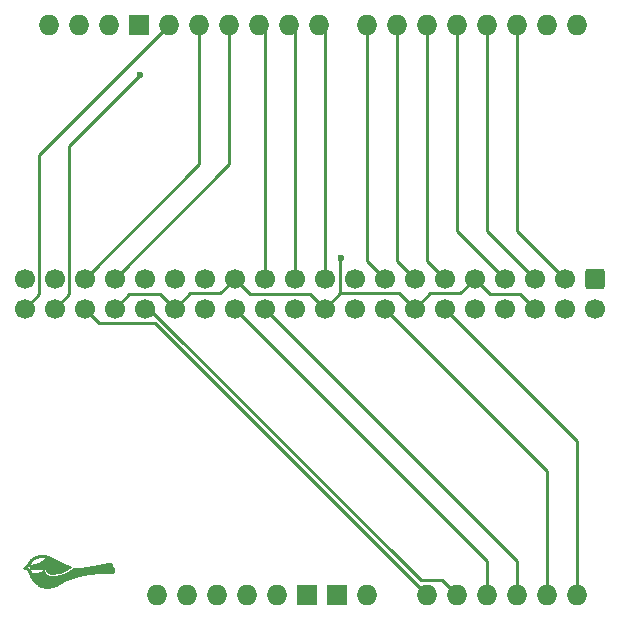
<source format=gbr>
%TF.GenerationSoftware,KiCad,Pcbnew,9.0.7*%
%TF.CreationDate,2026-01-06T14:06:23-08:00*%
%TF.ProjectId,uno2pi,756e6f32-7069-42e6-9b69-6361645f7063,rev?*%
%TF.SameCoordinates,Original*%
%TF.FileFunction,Copper,L1,Top*%
%TF.FilePolarity,Positive*%
%FSLAX46Y46*%
G04 Gerber Fmt 4.6, Leading zero omitted, Abs format (unit mm)*
G04 Created by KiCad (PCBNEW 9.0.7) date 2026-01-06 14:06:23*
%MOMM*%
%LPD*%
G01*
G04 APERTURE LIST*
G04 Aperture macros list*
%AMRoundRect*
0 Rectangle with rounded corners*
0 $1 Rounding radius*
0 $2 $3 $4 $5 $6 $7 $8 $9 X,Y pos of 4 corners*
0 Add a 4 corners polygon primitive as box body*
4,1,4,$2,$3,$4,$5,$6,$7,$8,$9,$2,$3,0*
0 Add four circle primitives for the rounded corners*
1,1,$1+$1,$2,$3*
1,1,$1+$1,$4,$5*
1,1,$1+$1,$6,$7*
1,1,$1+$1,$8,$9*
0 Add four rect primitives between the rounded corners*
20,1,$1+$1,$2,$3,$4,$5,0*
20,1,$1+$1,$4,$5,$6,$7,0*
20,1,$1+$1,$6,$7,$8,$9,0*
20,1,$1+$1,$8,$9,$2,$3,0*%
G04 Aperture macros list end*
%TA.AperFunction,EtchedComponent*%
%ADD10C,0.010000*%
%TD*%
%TA.AperFunction,ComponentPad*%
%ADD11O,1.727200X1.727200*%
%TD*%
%TA.AperFunction,ComponentPad*%
%ADD12R,1.727200X1.727200*%
%TD*%
%TA.AperFunction,ComponentPad*%
%ADD13RoundRect,0.250000X-0.600000X0.600000X-0.600000X-0.600000X0.600000X-0.600000X0.600000X0.600000X0*%
%TD*%
%TA.AperFunction,ComponentPad*%
%ADD14C,1.700000*%
%TD*%
%TA.AperFunction,ViaPad*%
%ADD15C,0.600000*%
%TD*%
%TA.AperFunction,Conductor*%
%ADD16C,0.254000*%
%TD*%
G04 APERTURE END LIST*
D10*
%TO.C,G\u002A\u002A\u002A*%
X138220623Y-145594869D02*
X138252294Y-145595372D01*
X138279925Y-145596421D01*
X138305024Y-145598140D01*
X138329093Y-145600651D01*
X138353639Y-145604076D01*
X138380167Y-145608540D01*
X138402131Y-145612615D01*
X138460986Y-145625378D01*
X138522083Y-145641445D01*
X138582536Y-145659982D01*
X138639460Y-145680154D01*
X138650839Y-145684577D01*
X138694017Y-145701770D01*
X138736392Y-145718908D01*
X138778350Y-145736170D01*
X138820280Y-145753737D01*
X138862569Y-145771789D01*
X138905604Y-145790507D01*
X138949773Y-145810071D01*
X138995465Y-145830662D01*
X139043066Y-145852459D01*
X139092964Y-145875644D01*
X139145547Y-145900397D01*
X139201203Y-145926899D01*
X139260318Y-145955328D01*
X139323282Y-145985867D01*
X139390480Y-146018696D01*
X139462302Y-146053994D01*
X139539135Y-146091943D01*
X139621366Y-146132723D01*
X139709383Y-146176514D01*
X139732103Y-146187837D01*
X139810383Y-146226781D01*
X139882902Y-146262680D01*
X139950149Y-146295761D01*
X140012615Y-146326248D01*
X140070789Y-146354367D01*
X140125162Y-146380345D01*
X140176224Y-146404406D01*
X140224465Y-146426778D01*
X140270375Y-146447685D01*
X140314444Y-146467353D01*
X140357162Y-146486008D01*
X140399019Y-146503876D01*
X140440506Y-146521182D01*
X140482112Y-146538153D01*
X140524328Y-146555013D01*
X140557603Y-146568081D01*
X140581126Y-146577318D01*
X140602519Y-146585837D01*
X140620888Y-146593273D01*
X140635343Y-146599260D01*
X140644991Y-146603435D01*
X140648932Y-146605424D01*
X140648399Y-146609519D01*
X140643187Y-146617537D01*
X140633939Y-146628768D01*
X140621300Y-146642504D01*
X140605912Y-146658036D01*
X140588419Y-146674655D01*
X140575378Y-146686457D01*
X140507399Y-146742558D01*
X140432964Y-146796053D01*
X140352194Y-146846886D01*
X140265211Y-146895000D01*
X140172138Y-146940338D01*
X140073097Y-146982843D01*
X139968209Y-147022458D01*
X139857598Y-147059127D01*
X139741385Y-147092792D01*
X139654492Y-147115096D01*
X139553897Y-147138338D01*
X139458909Y-147157667D01*
X139369281Y-147173103D01*
X139284761Y-147184668D01*
X139205101Y-147192380D01*
X139130051Y-147196262D01*
X139059363Y-147196335D01*
X138992787Y-147192618D01*
X138930074Y-147185132D01*
X138892282Y-147178460D01*
X138831650Y-147163548D01*
X138776294Y-147144167D01*
X138726286Y-147120390D01*
X138681699Y-147092291D01*
X138642604Y-147059942D01*
X138609073Y-147023417D01*
X138581179Y-146982788D01*
X138558995Y-146938129D01*
X138542592Y-146889513D01*
X138532042Y-146837014D01*
X138529103Y-146810740D01*
X138528285Y-146799633D01*
X138527349Y-146791498D01*
X138525311Y-146785794D01*
X138521191Y-146781978D01*
X138514006Y-146779510D01*
X138502775Y-146777846D01*
X138486515Y-146776446D01*
X138464245Y-146774767D01*
X138463867Y-146774737D01*
X138436315Y-146772510D01*
X138415144Y-146770616D01*
X138399691Y-146768966D01*
X138389294Y-146767473D01*
X138383290Y-146766049D01*
X138381017Y-146764607D01*
X138381118Y-146763774D01*
X138379173Y-146762465D01*
X138372339Y-146762240D01*
X138362668Y-146762914D01*
X138352210Y-146764297D01*
X138343017Y-146766203D01*
X138338631Y-146767659D01*
X138333123Y-146769176D01*
X138321816Y-146771636D01*
X138305869Y-146774808D01*
X138286441Y-146778465D01*
X138264689Y-146782378D01*
X138259256Y-146783329D01*
X138177770Y-146796836D01*
X138100354Y-146808209D01*
X138024466Y-146817787D01*
X137947567Y-146825909D01*
X137924117Y-146828094D01*
X137901687Y-146829688D01*
X137874481Y-146830921D01*
X137843852Y-146831793D01*
X137811151Y-146832304D01*
X137777729Y-146832452D01*
X137744938Y-146832238D01*
X137714130Y-146831661D01*
X137686655Y-146830720D01*
X137663866Y-146829415D01*
X137650714Y-146828202D01*
X137577886Y-146818547D01*
X137507029Y-146806660D01*
X137436268Y-146792149D01*
X137363727Y-146774622D01*
X137287531Y-146753690D01*
X137272057Y-146749168D01*
X137249443Y-146742375D01*
X137232777Y-146737022D01*
X137221182Y-146732759D01*
X137213778Y-146729238D01*
X137209690Y-146726109D01*
X137208257Y-146723768D01*
X137207291Y-146718655D01*
X137205709Y-146707361D01*
X137203610Y-146690725D01*
X137201095Y-146669583D01*
X137198263Y-146644775D01*
X137195213Y-146617138D01*
X137192118Y-146588192D01*
X137188521Y-146554199D01*
X137185635Y-146526557D01*
X137183512Y-146504591D01*
X137182201Y-146487630D01*
X137181753Y-146474998D01*
X137182218Y-146466023D01*
X137183647Y-146460030D01*
X137186090Y-146456347D01*
X137189597Y-146454299D01*
X137194218Y-146453213D01*
X137200005Y-146452415D01*
X137202291Y-146452083D01*
X137213537Y-146450054D01*
X137230589Y-146446597D01*
X137252393Y-146441951D01*
X137277900Y-146436355D01*
X137306058Y-146430049D01*
X137335815Y-146423271D01*
X137366121Y-146416261D01*
X137395925Y-146409257D01*
X137424175Y-146402500D01*
X137449820Y-146396227D01*
X137469033Y-146391393D01*
X137571662Y-146364034D01*
X137667653Y-146336197D01*
X137757413Y-146307745D01*
X137841353Y-146278542D01*
X137919880Y-146248450D01*
X137993403Y-146217334D01*
X138005256Y-146212013D01*
X138075930Y-146177560D01*
X138147900Y-146137822D01*
X138219446Y-146093892D01*
X138288848Y-146046866D01*
X138354390Y-145997837D01*
X138398603Y-145961586D01*
X138416265Y-145946223D01*
X138434598Y-145929812D01*
X138452884Y-145913044D01*
X138470406Y-145896610D01*
X138486449Y-145881201D01*
X138500295Y-145867509D01*
X138511227Y-145856224D01*
X138518529Y-145848038D01*
X138521483Y-145843641D01*
X138521419Y-145843168D01*
X138515314Y-145839919D01*
X138503337Y-145835597D01*
X138486547Y-145830463D01*
X138466001Y-145824780D01*
X138442756Y-145818811D01*
X138417870Y-145812819D01*
X138392399Y-145807065D01*
X138367401Y-145801813D01*
X138343932Y-145797326D01*
X138323052Y-145793865D01*
X138322756Y-145793821D01*
X138267713Y-145787277D01*
X138213379Y-145784223D01*
X138158239Y-145784693D01*
X138100781Y-145788723D01*
X138039489Y-145796348D01*
X138009661Y-145801061D01*
X137916404Y-145819650D01*
X137826971Y-145843507D01*
X137741577Y-145872525D01*
X137660434Y-145906597D01*
X137583757Y-145945618D01*
X137511758Y-145989481D01*
X137444651Y-146038080D01*
X137382649Y-146091309D01*
X137339149Y-146134715D01*
X137296774Y-146183356D01*
X137258736Y-146234133D01*
X137225693Y-146286030D01*
X137198305Y-146338030D01*
X137180856Y-146379155D01*
X137175880Y-146391569D01*
X137171256Y-146401737D01*
X137167989Y-146407452D01*
X137164732Y-146410758D01*
X137156831Y-146418470D01*
X137144761Y-146430134D01*
X137128993Y-146445296D01*
X137110001Y-146463504D01*
X137088257Y-146484304D01*
X137064234Y-146507242D01*
X137038405Y-146531865D01*
X137019242Y-146550109D01*
X136992541Y-146575537D01*
X136967408Y-146599512D01*
X136944304Y-146621594D01*
X136923686Y-146641340D01*
X136906013Y-146658313D01*
X136891745Y-146672070D01*
X136881339Y-146682171D01*
X136875255Y-146688176D01*
X136873807Y-146689722D01*
X136876772Y-146691499D01*
X136885584Y-146695852D01*
X136899636Y-146702501D01*
X136918323Y-146711168D01*
X136941036Y-146721573D01*
X136967172Y-146733437D01*
X136996123Y-146746483D01*
X137027283Y-146760430D01*
X137034668Y-146763723D01*
X137196326Y-146835742D01*
X137213181Y-146896014D01*
X137221294Y-146923999D01*
X137231141Y-146956334D01*
X137242116Y-146991147D01*
X137253611Y-147026562D01*
X137265017Y-147060707D01*
X137275727Y-147091707D01*
X137284711Y-147116557D01*
X137290159Y-147130243D01*
X137294679Y-147138717D01*
X137299336Y-147143533D01*
X137305030Y-147146192D01*
X137312332Y-147147358D01*
X137325653Y-147148296D01*
X137343960Y-147149009D01*
X137366220Y-147149497D01*
X137391401Y-147149765D01*
X137418469Y-147149813D01*
X137446392Y-147149645D01*
X137474137Y-147149261D01*
X137500672Y-147148666D01*
X137524963Y-147147860D01*
X137545977Y-147146846D01*
X137562519Y-147145641D01*
X137725461Y-147128012D01*
X137825339Y-147114638D01*
X137868059Y-147108200D01*
X137904878Y-147101900D01*
X137936934Y-147095424D01*
X137965367Y-147088461D01*
X137991316Y-147080699D01*
X138015921Y-147071825D01*
X138040322Y-147061527D01*
X138065657Y-147049494D01*
X138068756Y-147047947D01*
X138124315Y-147016613D01*
X138178864Y-146979011D01*
X138231433Y-146935928D01*
X138281052Y-146888153D01*
X138321514Y-146842842D01*
X138339547Y-146821119D01*
X138341948Y-146846369D01*
X138348975Y-146893791D01*
X138360881Y-146942968D01*
X138377002Y-146992024D01*
X138396677Y-147039082D01*
X138419242Y-147082263D01*
X138432919Y-147104089D01*
X138470540Y-147153806D01*
X138513341Y-147198803D01*
X138561237Y-147239051D01*
X138614137Y-147274523D01*
X138671957Y-147305189D01*
X138734606Y-147331023D01*
X138801999Y-147351997D01*
X138874048Y-147368082D01*
X138950665Y-147379251D01*
X139031762Y-147385476D01*
X139117253Y-147386729D01*
X139207048Y-147382982D01*
X139285839Y-147375939D01*
X139358982Y-147366622D01*
X139437075Y-147354309D01*
X139518821Y-147339281D01*
X139602924Y-147321824D01*
X139688087Y-147302218D01*
X139773013Y-147280749D01*
X139856405Y-147257699D01*
X139933186Y-147234545D01*
X140030660Y-147201912D01*
X140124986Y-147166470D01*
X140215813Y-147128429D01*
X140302792Y-147088003D01*
X140385572Y-147045400D01*
X140463804Y-147000834D01*
X140537137Y-146954514D01*
X140605221Y-146906653D01*
X140667706Y-146857461D01*
X140724241Y-146807150D01*
X140774478Y-146755931D01*
X140818065Y-146704015D01*
X140822716Y-146697903D01*
X140832332Y-146685476D01*
X140839092Y-146677904D01*
X140844129Y-146674222D01*
X140848577Y-146673464D01*
X140850926Y-146673879D01*
X140870363Y-146678188D01*
X140895440Y-146682870D01*
X140924768Y-146687722D01*
X140956957Y-146692537D01*
X140990615Y-146697113D01*
X141024352Y-146701243D01*
X141056778Y-146704723D01*
X141067367Y-146705732D01*
X141099105Y-146708262D01*
X141131088Y-146709984D01*
X141163991Y-146710867D01*
X141198490Y-146710880D01*
X141235260Y-146709994D01*
X141274975Y-146708177D01*
X141318313Y-146705399D01*
X141365946Y-146701629D01*
X141418552Y-146696837D01*
X141476805Y-146690992D01*
X141538325Y-146684400D01*
X141627365Y-146674037D01*
X141722839Y-146661818D01*
X141824393Y-146647807D01*
X141931669Y-146632069D01*
X142044315Y-146614668D01*
X142161974Y-146595667D01*
X142284291Y-146575132D01*
X142410912Y-146553126D01*
X142541480Y-146529714D01*
X142675641Y-146504960D01*
X142813040Y-146478928D01*
X142953321Y-146451682D01*
X143096130Y-146423286D01*
X143241111Y-146393806D01*
X143387909Y-146363305D01*
X143536169Y-146331846D01*
X143685535Y-146299496D01*
X143773172Y-146280208D01*
X143817666Y-146270354D01*
X143855884Y-146262067D01*
X143888458Y-146255480D01*
X143916023Y-146250728D01*
X143939211Y-146247946D01*
X143958655Y-146247268D01*
X143974988Y-146248828D01*
X143988842Y-146252762D01*
X144000852Y-146259204D01*
X144011649Y-146268288D01*
X144021867Y-146280148D01*
X144032138Y-146294920D01*
X144043096Y-146312738D01*
X144055374Y-146333736D01*
X144059653Y-146341095D01*
X144096922Y-146406872D01*
X144131854Y-146472122D01*
X144164055Y-146536014D01*
X144193129Y-146597715D01*
X144218681Y-146656394D01*
X144240317Y-146711219D01*
X144254182Y-146750659D01*
X144269642Y-146803072D01*
X144280358Y-146851984D01*
X144286358Y-146897167D01*
X144287669Y-146938394D01*
X144284319Y-146975435D01*
X144276334Y-147008062D01*
X144263743Y-147036047D01*
X144246572Y-147059162D01*
X144224849Y-147077178D01*
X144214324Y-147083195D01*
X144204191Y-147087954D01*
X144193141Y-147092324D01*
X144180815Y-147096333D01*
X144166857Y-147100009D01*
X144150909Y-147103381D01*
X144132613Y-147106477D01*
X144111614Y-147109324D01*
X144087552Y-147111952D01*
X144060072Y-147114387D01*
X144028815Y-147116659D01*
X143993425Y-147118795D01*
X143953543Y-147120823D01*
X143908813Y-147122773D01*
X143858877Y-147124671D01*
X143803378Y-147126546D01*
X143741959Y-147128426D01*
X143674262Y-147130340D01*
X143599931Y-147132315D01*
X143586200Y-147132669D01*
X143464123Y-147136007D01*
X143348544Y-147139586D01*
X143238907Y-147143439D01*
X143134656Y-147147594D01*
X143035237Y-147152084D01*
X142940095Y-147156938D01*
X142848674Y-147162188D01*
X142760419Y-147167864D01*
X142674774Y-147173996D01*
X142591185Y-147180616D01*
X142509097Y-147187754D01*
X142427954Y-147195440D01*
X142400867Y-147198145D01*
X142272167Y-147211977D01*
X142147702Y-147227073D01*
X142026723Y-147243605D01*
X141908481Y-147261741D01*
X141792228Y-147281651D01*
X141677216Y-147303505D01*
X141562696Y-147327471D01*
X141447921Y-147353720D01*
X141332141Y-147382420D01*
X141214608Y-147413742D01*
X141094573Y-147447854D01*
X140971290Y-147484927D01*
X140844008Y-147525129D01*
X140711980Y-147568630D01*
X140606992Y-147604351D01*
X140557132Y-147621859D01*
X140509600Y-147639285D01*
X140463727Y-147656950D01*
X140418843Y-147675174D01*
X140374280Y-147694276D01*
X140329367Y-147714579D01*
X140283435Y-147736401D01*
X140235815Y-147760063D01*
X140185837Y-147785885D01*
X140132833Y-147814188D01*
X140076132Y-147845292D01*
X140015065Y-147879517D01*
X139948963Y-147917184D01*
X139927894Y-147929293D01*
X139869273Y-147963023D01*
X139816302Y-147993451D01*
X139768534Y-148020825D01*
X139725521Y-148045391D01*
X139686816Y-148067396D01*
X139651971Y-148087087D01*
X139620538Y-148104710D01*
X139592070Y-148120514D01*
X139566119Y-148134744D01*
X139542237Y-148147648D01*
X139519977Y-148159472D01*
X139498892Y-148170464D01*
X139478532Y-148180870D01*
X139458452Y-148190938D01*
X139438203Y-148200913D01*
X139417338Y-148211044D01*
X139415506Y-148211928D01*
X139348067Y-148243365D01*
X139284450Y-148270619D01*
X139223282Y-148294082D01*
X139163192Y-148314145D01*
X139102809Y-148331202D01*
X139040760Y-148345644D01*
X138975674Y-148357864D01*
X138906178Y-148368254D01*
X138841339Y-148376079D01*
X138800352Y-148379839D01*
X138754406Y-148382799D01*
X138705558Y-148384905D01*
X138655863Y-148386101D01*
X138607379Y-148386332D01*
X138562162Y-148385544D01*
X138532658Y-148384308D01*
X138453112Y-148377665D01*
X138372656Y-148366543D01*
X138292478Y-148351243D01*
X138213767Y-148332063D01*
X138137711Y-148309301D01*
X138065498Y-148283256D01*
X137998316Y-148254227D01*
X137980208Y-148245425D01*
X137899228Y-148201172D01*
X137820006Y-148150208D01*
X137742682Y-148092693D01*
X137667395Y-148028783D01*
X137594286Y-147958636D01*
X137523495Y-147882410D01*
X137455160Y-147800263D01*
X137389423Y-147712352D01*
X137326422Y-147618836D01*
X137266297Y-147519870D01*
X137209189Y-147415614D01*
X137164097Y-147325001D01*
X137145759Y-147285087D01*
X137128137Y-147243722D01*
X137110726Y-147199614D01*
X137093019Y-147151472D01*
X137074510Y-147098004D01*
X137070165Y-147085050D01*
X137062496Y-147061604D01*
X137054393Y-147036014D01*
X137046208Y-147009473D01*
X137038293Y-146983173D01*
X137031001Y-146958308D01*
X137024685Y-146936069D01*
X137019696Y-146917648D01*
X137016387Y-146904240D01*
X137015578Y-146900358D01*
X137013409Y-146888796D01*
X136808795Y-146806228D01*
X136772815Y-146791683D01*
X136738807Y-146777885D01*
X136707332Y-146765066D01*
X136678948Y-146753454D01*
X136654214Y-146743280D01*
X136633690Y-146734774D01*
X136617934Y-146728167D01*
X136607507Y-146723689D01*
X136602968Y-146721569D01*
X136602819Y-146721456D01*
X136605160Y-146718806D01*
X136612362Y-146711850D01*
X136624012Y-146700963D01*
X136639695Y-146686524D01*
X136658997Y-146668908D01*
X136681504Y-146648494D01*
X136706801Y-146625659D01*
X136734474Y-146600779D01*
X136764109Y-146574232D01*
X136789486Y-146551569D01*
X136825502Y-146519440D01*
X136856616Y-146491646D01*
X136883198Y-146467833D01*
X136905615Y-146447648D01*
X136924238Y-146430735D01*
X136939435Y-146416742D01*
X136951576Y-146405313D01*
X136961030Y-146396094D01*
X136968165Y-146388731D01*
X136973352Y-146382871D01*
X136976959Y-146378158D01*
X136979356Y-146374239D01*
X136980912Y-146370759D01*
X136981995Y-146367365D01*
X136982179Y-146366697D01*
X136988588Y-146346148D01*
X136997690Y-146321198D01*
X137008760Y-146293616D01*
X137021074Y-146265175D01*
X137033905Y-146237643D01*
X137040500Y-146224354D01*
X137072949Y-146166145D01*
X137110177Y-146110020D01*
X137152866Y-146055049D01*
X137201699Y-146000302D01*
X137214842Y-145986649D01*
X137270351Y-145933110D01*
X137327631Y-145884627D01*
X137387885Y-145840331D01*
X137452317Y-145799357D01*
X137522131Y-145760837D01*
X137543117Y-145750220D01*
X137611171Y-145718348D01*
X137679185Y-145690513D01*
X137748387Y-145666341D01*
X137820007Y-145645459D01*
X137895272Y-145627492D01*
X137975412Y-145612068D01*
X138021880Y-145604552D01*
X138041716Y-145601632D01*
X138059044Y-145599366D01*
X138075261Y-145597670D01*
X138091762Y-145596459D01*
X138109942Y-145595648D01*
X138131198Y-145595155D01*
X138156924Y-145594894D01*
X138183408Y-145594791D01*
X138220623Y-145594869D01*
%TA.AperFunction,EtchedComponent*%
G36*
X138220623Y-145594869D02*
G01*
X138252294Y-145595372D01*
X138279925Y-145596421D01*
X138305024Y-145598140D01*
X138329093Y-145600651D01*
X138353639Y-145604076D01*
X138380167Y-145608540D01*
X138402131Y-145612615D01*
X138460986Y-145625378D01*
X138522083Y-145641445D01*
X138582536Y-145659982D01*
X138639460Y-145680154D01*
X138650839Y-145684577D01*
X138694017Y-145701770D01*
X138736392Y-145718908D01*
X138778350Y-145736170D01*
X138820280Y-145753737D01*
X138862569Y-145771789D01*
X138905604Y-145790507D01*
X138949773Y-145810071D01*
X138995465Y-145830662D01*
X139043066Y-145852459D01*
X139092964Y-145875644D01*
X139145547Y-145900397D01*
X139201203Y-145926899D01*
X139260318Y-145955328D01*
X139323282Y-145985867D01*
X139390480Y-146018696D01*
X139462302Y-146053994D01*
X139539135Y-146091943D01*
X139621366Y-146132723D01*
X139709383Y-146176514D01*
X139732103Y-146187837D01*
X139810383Y-146226781D01*
X139882902Y-146262680D01*
X139950149Y-146295761D01*
X140012615Y-146326248D01*
X140070789Y-146354367D01*
X140125162Y-146380345D01*
X140176224Y-146404406D01*
X140224465Y-146426778D01*
X140270375Y-146447685D01*
X140314444Y-146467353D01*
X140357162Y-146486008D01*
X140399019Y-146503876D01*
X140440506Y-146521182D01*
X140482112Y-146538153D01*
X140524328Y-146555013D01*
X140557603Y-146568081D01*
X140581126Y-146577318D01*
X140602519Y-146585837D01*
X140620888Y-146593273D01*
X140635343Y-146599260D01*
X140644991Y-146603435D01*
X140648932Y-146605424D01*
X140648399Y-146609519D01*
X140643187Y-146617537D01*
X140633939Y-146628768D01*
X140621300Y-146642504D01*
X140605912Y-146658036D01*
X140588419Y-146674655D01*
X140575378Y-146686457D01*
X140507399Y-146742558D01*
X140432964Y-146796053D01*
X140352194Y-146846886D01*
X140265211Y-146895000D01*
X140172138Y-146940338D01*
X140073097Y-146982843D01*
X139968209Y-147022458D01*
X139857598Y-147059127D01*
X139741385Y-147092792D01*
X139654492Y-147115096D01*
X139553897Y-147138338D01*
X139458909Y-147157667D01*
X139369281Y-147173103D01*
X139284761Y-147184668D01*
X139205101Y-147192380D01*
X139130051Y-147196262D01*
X139059363Y-147196335D01*
X138992787Y-147192618D01*
X138930074Y-147185132D01*
X138892282Y-147178460D01*
X138831650Y-147163548D01*
X138776294Y-147144167D01*
X138726286Y-147120390D01*
X138681699Y-147092291D01*
X138642604Y-147059942D01*
X138609073Y-147023417D01*
X138581179Y-146982788D01*
X138558995Y-146938129D01*
X138542592Y-146889513D01*
X138532042Y-146837014D01*
X138529103Y-146810740D01*
X138528285Y-146799633D01*
X138527349Y-146791498D01*
X138525311Y-146785794D01*
X138521191Y-146781978D01*
X138514006Y-146779510D01*
X138502775Y-146777846D01*
X138486515Y-146776446D01*
X138464245Y-146774767D01*
X138463867Y-146774737D01*
X138436315Y-146772510D01*
X138415144Y-146770616D01*
X138399691Y-146768966D01*
X138389294Y-146767473D01*
X138383290Y-146766049D01*
X138381017Y-146764607D01*
X138381118Y-146763774D01*
X138379173Y-146762465D01*
X138372339Y-146762240D01*
X138362668Y-146762914D01*
X138352210Y-146764297D01*
X138343017Y-146766203D01*
X138338631Y-146767659D01*
X138333123Y-146769176D01*
X138321816Y-146771636D01*
X138305869Y-146774808D01*
X138286441Y-146778465D01*
X138264689Y-146782378D01*
X138259256Y-146783329D01*
X138177770Y-146796836D01*
X138100354Y-146808209D01*
X138024466Y-146817787D01*
X137947567Y-146825909D01*
X137924117Y-146828094D01*
X137901687Y-146829688D01*
X137874481Y-146830921D01*
X137843852Y-146831793D01*
X137811151Y-146832304D01*
X137777729Y-146832452D01*
X137744938Y-146832238D01*
X137714130Y-146831661D01*
X137686655Y-146830720D01*
X137663866Y-146829415D01*
X137650714Y-146828202D01*
X137577886Y-146818547D01*
X137507029Y-146806660D01*
X137436268Y-146792149D01*
X137363727Y-146774622D01*
X137287531Y-146753690D01*
X137272057Y-146749168D01*
X137249443Y-146742375D01*
X137232777Y-146737022D01*
X137221182Y-146732759D01*
X137213778Y-146729238D01*
X137209690Y-146726109D01*
X137208257Y-146723768D01*
X137207291Y-146718655D01*
X137205709Y-146707361D01*
X137203610Y-146690725D01*
X137201095Y-146669583D01*
X137198263Y-146644775D01*
X137195213Y-146617138D01*
X137192118Y-146588192D01*
X137188521Y-146554199D01*
X137185635Y-146526557D01*
X137183512Y-146504591D01*
X137182201Y-146487630D01*
X137181753Y-146474998D01*
X137182218Y-146466023D01*
X137183647Y-146460030D01*
X137186090Y-146456347D01*
X137189597Y-146454299D01*
X137194218Y-146453213D01*
X137200005Y-146452415D01*
X137202291Y-146452083D01*
X137213537Y-146450054D01*
X137230589Y-146446597D01*
X137252393Y-146441951D01*
X137277900Y-146436355D01*
X137306058Y-146430049D01*
X137335815Y-146423271D01*
X137366121Y-146416261D01*
X137395925Y-146409257D01*
X137424175Y-146402500D01*
X137449820Y-146396227D01*
X137469033Y-146391393D01*
X137571662Y-146364034D01*
X137667653Y-146336197D01*
X137757413Y-146307745D01*
X137841353Y-146278542D01*
X137919880Y-146248450D01*
X137993403Y-146217334D01*
X138005256Y-146212013D01*
X138075930Y-146177560D01*
X138147900Y-146137822D01*
X138219446Y-146093892D01*
X138288848Y-146046866D01*
X138354390Y-145997837D01*
X138398603Y-145961586D01*
X138416265Y-145946223D01*
X138434598Y-145929812D01*
X138452884Y-145913044D01*
X138470406Y-145896610D01*
X138486449Y-145881201D01*
X138500295Y-145867509D01*
X138511227Y-145856224D01*
X138518529Y-145848038D01*
X138521483Y-145843641D01*
X138521419Y-145843168D01*
X138515314Y-145839919D01*
X138503337Y-145835597D01*
X138486547Y-145830463D01*
X138466001Y-145824780D01*
X138442756Y-145818811D01*
X138417870Y-145812819D01*
X138392399Y-145807065D01*
X138367401Y-145801813D01*
X138343932Y-145797326D01*
X138323052Y-145793865D01*
X138322756Y-145793821D01*
X138267713Y-145787277D01*
X138213379Y-145784223D01*
X138158239Y-145784693D01*
X138100781Y-145788723D01*
X138039489Y-145796348D01*
X138009661Y-145801061D01*
X137916404Y-145819650D01*
X137826971Y-145843507D01*
X137741577Y-145872525D01*
X137660434Y-145906597D01*
X137583757Y-145945618D01*
X137511758Y-145989481D01*
X137444651Y-146038080D01*
X137382649Y-146091309D01*
X137339149Y-146134715D01*
X137296774Y-146183356D01*
X137258736Y-146234133D01*
X137225693Y-146286030D01*
X137198305Y-146338030D01*
X137180856Y-146379155D01*
X137175880Y-146391569D01*
X137171256Y-146401737D01*
X137167989Y-146407452D01*
X137164732Y-146410758D01*
X137156831Y-146418470D01*
X137144761Y-146430134D01*
X137128993Y-146445296D01*
X137110001Y-146463504D01*
X137088257Y-146484304D01*
X137064234Y-146507242D01*
X137038405Y-146531865D01*
X137019242Y-146550109D01*
X136992541Y-146575537D01*
X136967408Y-146599512D01*
X136944304Y-146621594D01*
X136923686Y-146641340D01*
X136906013Y-146658313D01*
X136891745Y-146672070D01*
X136881339Y-146682171D01*
X136875255Y-146688176D01*
X136873807Y-146689722D01*
X136876772Y-146691499D01*
X136885584Y-146695852D01*
X136899636Y-146702501D01*
X136918323Y-146711168D01*
X136941036Y-146721573D01*
X136967172Y-146733437D01*
X136996123Y-146746483D01*
X137027283Y-146760430D01*
X137034668Y-146763723D01*
X137196326Y-146835742D01*
X137213181Y-146896014D01*
X137221294Y-146923999D01*
X137231141Y-146956334D01*
X137242116Y-146991147D01*
X137253611Y-147026562D01*
X137265017Y-147060707D01*
X137275727Y-147091707D01*
X137284711Y-147116557D01*
X137290159Y-147130243D01*
X137294679Y-147138717D01*
X137299336Y-147143533D01*
X137305030Y-147146192D01*
X137312332Y-147147358D01*
X137325653Y-147148296D01*
X137343960Y-147149009D01*
X137366220Y-147149497D01*
X137391401Y-147149765D01*
X137418469Y-147149813D01*
X137446392Y-147149645D01*
X137474137Y-147149261D01*
X137500672Y-147148666D01*
X137524963Y-147147860D01*
X137545977Y-147146846D01*
X137562519Y-147145641D01*
X137725461Y-147128012D01*
X137825339Y-147114638D01*
X137868059Y-147108200D01*
X137904878Y-147101900D01*
X137936934Y-147095424D01*
X137965367Y-147088461D01*
X137991316Y-147080699D01*
X138015921Y-147071825D01*
X138040322Y-147061527D01*
X138065657Y-147049494D01*
X138068756Y-147047947D01*
X138124315Y-147016613D01*
X138178864Y-146979011D01*
X138231433Y-146935928D01*
X138281052Y-146888153D01*
X138321514Y-146842842D01*
X138339547Y-146821119D01*
X138341948Y-146846369D01*
X138348975Y-146893791D01*
X138360881Y-146942968D01*
X138377002Y-146992024D01*
X138396677Y-147039082D01*
X138419242Y-147082263D01*
X138432919Y-147104089D01*
X138470540Y-147153806D01*
X138513341Y-147198803D01*
X138561237Y-147239051D01*
X138614137Y-147274523D01*
X138671957Y-147305189D01*
X138734606Y-147331023D01*
X138801999Y-147351997D01*
X138874048Y-147368082D01*
X138950665Y-147379251D01*
X139031762Y-147385476D01*
X139117253Y-147386729D01*
X139207048Y-147382982D01*
X139285839Y-147375939D01*
X139358982Y-147366622D01*
X139437075Y-147354309D01*
X139518821Y-147339281D01*
X139602924Y-147321824D01*
X139688087Y-147302218D01*
X139773013Y-147280749D01*
X139856405Y-147257699D01*
X139933186Y-147234545D01*
X140030660Y-147201912D01*
X140124986Y-147166470D01*
X140215813Y-147128429D01*
X140302792Y-147088003D01*
X140385572Y-147045400D01*
X140463804Y-147000834D01*
X140537137Y-146954514D01*
X140605221Y-146906653D01*
X140667706Y-146857461D01*
X140724241Y-146807150D01*
X140774478Y-146755931D01*
X140818065Y-146704015D01*
X140822716Y-146697903D01*
X140832332Y-146685476D01*
X140839092Y-146677904D01*
X140844129Y-146674222D01*
X140848577Y-146673464D01*
X140850926Y-146673879D01*
X140870363Y-146678188D01*
X140895440Y-146682870D01*
X140924768Y-146687722D01*
X140956957Y-146692537D01*
X140990615Y-146697113D01*
X141024352Y-146701243D01*
X141056778Y-146704723D01*
X141067367Y-146705732D01*
X141099105Y-146708262D01*
X141131088Y-146709984D01*
X141163991Y-146710867D01*
X141198490Y-146710880D01*
X141235260Y-146709994D01*
X141274975Y-146708177D01*
X141318313Y-146705399D01*
X141365946Y-146701629D01*
X141418552Y-146696837D01*
X141476805Y-146690992D01*
X141538325Y-146684400D01*
X141627365Y-146674037D01*
X141722839Y-146661818D01*
X141824393Y-146647807D01*
X141931669Y-146632069D01*
X142044315Y-146614668D01*
X142161974Y-146595667D01*
X142284291Y-146575132D01*
X142410912Y-146553126D01*
X142541480Y-146529714D01*
X142675641Y-146504960D01*
X142813040Y-146478928D01*
X142953321Y-146451682D01*
X143096130Y-146423286D01*
X143241111Y-146393806D01*
X143387909Y-146363305D01*
X143536169Y-146331846D01*
X143685535Y-146299496D01*
X143773172Y-146280208D01*
X143817666Y-146270354D01*
X143855884Y-146262067D01*
X143888458Y-146255480D01*
X143916023Y-146250728D01*
X143939211Y-146247946D01*
X143958655Y-146247268D01*
X143974988Y-146248828D01*
X143988842Y-146252762D01*
X144000852Y-146259204D01*
X144011649Y-146268288D01*
X144021867Y-146280148D01*
X144032138Y-146294920D01*
X144043096Y-146312738D01*
X144055374Y-146333736D01*
X144059653Y-146341095D01*
X144096922Y-146406872D01*
X144131854Y-146472122D01*
X144164055Y-146536014D01*
X144193129Y-146597715D01*
X144218681Y-146656394D01*
X144240317Y-146711219D01*
X144254182Y-146750659D01*
X144269642Y-146803072D01*
X144280358Y-146851984D01*
X144286358Y-146897167D01*
X144287669Y-146938394D01*
X144284319Y-146975435D01*
X144276334Y-147008062D01*
X144263743Y-147036047D01*
X144246572Y-147059162D01*
X144224849Y-147077178D01*
X144214324Y-147083195D01*
X144204191Y-147087954D01*
X144193141Y-147092324D01*
X144180815Y-147096333D01*
X144166857Y-147100009D01*
X144150909Y-147103381D01*
X144132613Y-147106477D01*
X144111614Y-147109324D01*
X144087552Y-147111952D01*
X144060072Y-147114387D01*
X144028815Y-147116659D01*
X143993425Y-147118795D01*
X143953543Y-147120823D01*
X143908813Y-147122773D01*
X143858877Y-147124671D01*
X143803378Y-147126546D01*
X143741959Y-147128426D01*
X143674262Y-147130340D01*
X143599931Y-147132315D01*
X143586200Y-147132669D01*
X143464123Y-147136007D01*
X143348544Y-147139586D01*
X143238907Y-147143439D01*
X143134656Y-147147594D01*
X143035237Y-147152084D01*
X142940095Y-147156938D01*
X142848674Y-147162188D01*
X142760419Y-147167864D01*
X142674774Y-147173996D01*
X142591185Y-147180616D01*
X142509097Y-147187754D01*
X142427954Y-147195440D01*
X142400867Y-147198145D01*
X142272167Y-147211977D01*
X142147702Y-147227073D01*
X142026723Y-147243605D01*
X141908481Y-147261741D01*
X141792228Y-147281651D01*
X141677216Y-147303505D01*
X141562696Y-147327471D01*
X141447921Y-147353720D01*
X141332141Y-147382420D01*
X141214608Y-147413742D01*
X141094573Y-147447854D01*
X140971290Y-147484927D01*
X140844008Y-147525129D01*
X140711980Y-147568630D01*
X140606992Y-147604351D01*
X140557132Y-147621859D01*
X140509600Y-147639285D01*
X140463727Y-147656950D01*
X140418843Y-147675174D01*
X140374280Y-147694276D01*
X140329367Y-147714579D01*
X140283435Y-147736401D01*
X140235815Y-147760063D01*
X140185837Y-147785885D01*
X140132833Y-147814188D01*
X140076132Y-147845292D01*
X140015065Y-147879517D01*
X139948963Y-147917184D01*
X139927894Y-147929293D01*
X139869273Y-147963023D01*
X139816302Y-147993451D01*
X139768534Y-148020825D01*
X139725521Y-148045391D01*
X139686816Y-148067396D01*
X139651971Y-148087087D01*
X139620538Y-148104710D01*
X139592070Y-148120514D01*
X139566119Y-148134744D01*
X139542237Y-148147648D01*
X139519977Y-148159472D01*
X139498892Y-148170464D01*
X139478532Y-148180870D01*
X139458452Y-148190938D01*
X139438203Y-148200913D01*
X139417338Y-148211044D01*
X139415506Y-148211928D01*
X139348067Y-148243365D01*
X139284450Y-148270619D01*
X139223282Y-148294082D01*
X139163192Y-148314145D01*
X139102809Y-148331202D01*
X139040760Y-148345644D01*
X138975674Y-148357864D01*
X138906178Y-148368254D01*
X138841339Y-148376079D01*
X138800352Y-148379839D01*
X138754406Y-148382799D01*
X138705558Y-148384905D01*
X138655863Y-148386101D01*
X138607379Y-148386332D01*
X138562162Y-148385544D01*
X138532658Y-148384308D01*
X138453112Y-148377665D01*
X138372656Y-148366543D01*
X138292478Y-148351243D01*
X138213767Y-148332063D01*
X138137711Y-148309301D01*
X138065498Y-148283256D01*
X137998316Y-148254227D01*
X137980208Y-148245425D01*
X137899228Y-148201172D01*
X137820006Y-148150208D01*
X137742682Y-148092693D01*
X137667395Y-148028783D01*
X137594286Y-147958636D01*
X137523495Y-147882410D01*
X137455160Y-147800263D01*
X137389423Y-147712352D01*
X137326422Y-147618836D01*
X137266297Y-147519870D01*
X137209189Y-147415614D01*
X137164097Y-147325001D01*
X137145759Y-147285087D01*
X137128137Y-147243722D01*
X137110726Y-147199614D01*
X137093019Y-147151472D01*
X137074510Y-147098004D01*
X137070165Y-147085050D01*
X137062496Y-147061604D01*
X137054393Y-147036014D01*
X137046208Y-147009473D01*
X137038293Y-146983173D01*
X137031001Y-146958308D01*
X137024685Y-146936069D01*
X137019696Y-146917648D01*
X137016387Y-146904240D01*
X137015578Y-146900358D01*
X137013409Y-146888796D01*
X136808795Y-146806228D01*
X136772815Y-146791683D01*
X136738807Y-146777885D01*
X136707332Y-146765066D01*
X136678948Y-146753454D01*
X136654214Y-146743280D01*
X136633690Y-146734774D01*
X136617934Y-146728167D01*
X136607507Y-146723689D01*
X136602968Y-146721569D01*
X136602819Y-146721456D01*
X136605160Y-146718806D01*
X136612362Y-146711850D01*
X136624012Y-146700963D01*
X136639695Y-146686524D01*
X136658997Y-146668908D01*
X136681504Y-146648494D01*
X136706801Y-146625659D01*
X136734474Y-146600779D01*
X136764109Y-146574232D01*
X136789486Y-146551569D01*
X136825502Y-146519440D01*
X136856616Y-146491646D01*
X136883198Y-146467833D01*
X136905615Y-146447648D01*
X136924238Y-146430735D01*
X136939435Y-146416742D01*
X136951576Y-146405313D01*
X136961030Y-146396094D01*
X136968165Y-146388731D01*
X136973352Y-146382871D01*
X136976959Y-146378158D01*
X136979356Y-146374239D01*
X136980912Y-146370759D01*
X136981995Y-146367365D01*
X136982179Y-146366697D01*
X136988588Y-146346148D01*
X136997690Y-146321198D01*
X137008760Y-146293616D01*
X137021074Y-146265175D01*
X137033905Y-146237643D01*
X137040500Y-146224354D01*
X137072949Y-146166145D01*
X137110177Y-146110020D01*
X137152866Y-146055049D01*
X137201699Y-146000302D01*
X137214842Y-145986649D01*
X137270351Y-145933110D01*
X137327631Y-145884627D01*
X137387885Y-145840331D01*
X137452317Y-145799357D01*
X137522131Y-145760837D01*
X137543117Y-145750220D01*
X137611171Y-145718348D01*
X137679185Y-145690513D01*
X137748387Y-145666341D01*
X137820007Y-145645459D01*
X137895272Y-145627492D01*
X137975412Y-145612068D01*
X138021880Y-145604552D01*
X138041716Y-145601632D01*
X138059044Y-145599366D01*
X138075261Y-145597670D01*
X138091762Y-145596459D01*
X138109942Y-145595648D01*
X138131198Y-145595155D01*
X138156924Y-145594894D01*
X138183408Y-145594791D01*
X138220623Y-145594869D01*
G37*
%TD.AperFunction*%
%TD*%
D11*
%TO.P,A1,*%
%TO.N,*%
X147940000Y-149000000D03*
%TO.P,A1,3V3,3.3V*%
%TO.N,unconnected-(A1-3.3V-Pad3V3)*%
X155560000Y-149000000D03*
%TO.P,A1,5V1,5V*%
%TO.N,unconnected-(A1-5V-Pad5V1)*%
X158100000Y-149000000D03*
%TO.P,A1,A0,A0*%
%TO.N,/A0*%
X170800000Y-149000000D03*
%TO.P,A1,A1,A1*%
%TO.N,/A1*%
X173340000Y-149000000D03*
%TO.P,A1,A2,A2*%
%TO.N,/A2*%
X175880000Y-149000000D03*
%TO.P,A1,A3,A3*%
%TO.N,/A3*%
X178420000Y-149000000D03*
%TO.P,A1,A4,A4*%
%TO.N,/A4*%
X180960000Y-149000000D03*
%TO.P,A1,A5,A5*%
%TO.N,/A5*%
X183500000Y-149000000D03*
%TO.P,A1,AREF,AREF*%
%TO.N,/AREF*%
X143876000Y-100740000D03*
%TO.P,A1,D0,D0/RX*%
%TO.N,/D0*%
X183500000Y-100740000D03*
%TO.P,A1,D1,D1/TX*%
%TO.N,/D1*%
X180960000Y-100740000D03*
%TO.P,A1,D2,D2_INT0*%
%TO.N,/D2*%
X178420000Y-100740000D03*
%TO.P,A1,D3,D3_INT1*%
%TO.N,/D3*%
X175880000Y-100740000D03*
%TO.P,A1,D4,D4*%
%TO.N,/D4*%
X173340000Y-100740000D03*
%TO.P,A1,D5,D5*%
%TO.N,/D5*%
X170800000Y-100740000D03*
%TO.P,A1,D6,D6*%
%TO.N,/D6*%
X168260000Y-100740000D03*
%TO.P,A1,D7,D7*%
%TO.N,/D7*%
X165720000Y-100740000D03*
%TO.P,A1,D8,D8*%
%TO.N,/D8*%
X161656000Y-100740000D03*
%TO.P,A1,D9,D9*%
%TO.N,/D9*%
X159116000Y-100740000D03*
%TO.P,A1,D10,D10_CS*%
%TO.N,/D10*%
X156576000Y-100740000D03*
%TO.P,A1,D11,D11*%
%TO.N,/D11*%
X154036000Y-100740000D03*
%TO.P,A1,D12,D12*%
%TO.N,/D12*%
X151496000Y-100740000D03*
%TO.P,A1,D13,D13*%
%TO.N,/D13*%
X148956000Y-100740000D03*
D12*
%TO.P,A1,GND1,GND*%
%TO.N,GND*%
X146416000Y-100740000D03*
%TO.P,A1,GND2,GND*%
X160640000Y-149000000D03*
%TO.P,A1,GND3,GND*%
X163180000Y-149000000D03*
D11*
%TO.P,A1,IORF,IOREF*%
%TO.N,unconnected-(A1-IOREF-PadIORF)*%
X150480000Y-149000000D03*
%TO.P,A1,RST1,RESET*%
%TO.N,unconnected-(A1-RESET-PadRST1)*%
X153020000Y-149000000D03*
%TO.P,A1,SCL,SCL*%
%TO.N,/SCL*%
X138796000Y-100740000D03*
%TO.P,A1,SDA,SDA*%
%TO.N,/SDA*%
X141336000Y-100740000D03*
%TO.P,A1,VIN,VIN*%
%TO.N,unconnected-(A1-PadVIN)*%
X165720000Y-149000000D03*
%TD*%
D13*
%TO.P,J1,1,3V3*%
%TO.N,unconnected-(J1-3V3-Pad1)*%
X185000000Y-122210000D03*
D14*
%TO.P,J1,2,5V*%
%TO.N,unconnected-(J1-5V-Pad2)_1*%
X185000000Y-124750000D03*
%TO.P,J1,3,SDA_I2C1/GPIO02*%
%TO.N,/D2*%
X182460000Y-122210000D03*
%TO.P,J1,4,5V*%
%TO.N,unconnected-(J1-5V-Pad2)*%
X182460000Y-124750000D03*
%TO.P,J1,5,SCL_I2C1/GPIO03*%
%TO.N,/D3*%
X179920000Y-122210000D03*
%TO.P,J1,6,GND*%
%TO.N,GND*%
X179920000Y-124750000D03*
%TO.P,J1,7,GPCLK0/GPIO04*%
%TO.N,/D4*%
X177380000Y-122210000D03*
%TO.P,J1,8,GPIO14/UART_TXD*%
%TO.N,/D0*%
X177380000Y-124750000D03*
%TO.P,J1,9,GND*%
%TO.N,GND*%
X174840000Y-122210000D03*
%TO.P,J1,10,GPIO15/UART_RXD*%
%TO.N,/D1*%
X174840000Y-124750000D03*
%TO.P,J1,11,GPIO17/SPI1_~{CE1}*%
%TO.N,/D5*%
X172300000Y-122210000D03*
%TO.P,J1,12,GPIO18/SPI1_~{CE0}/PCM_CLK/PWM0*%
%TO.N,/A5*%
X172300000Y-124750000D03*
%TO.P,J1,13,GPIO27/SDIO_DAT3*%
%TO.N,/D6*%
X169760000Y-122210000D03*
%TO.P,J1,14,GND*%
%TO.N,GND*%
X169760000Y-124750000D03*
%TO.P,J1,15,GPIO22/SDIO_CLK*%
%TO.N,/D7*%
X167220000Y-122210000D03*
%TO.P,J1,16,GPIO23/SDIO_CMD*%
%TO.N,/A4*%
X167220000Y-124750000D03*
%TO.P,J1,17,3V3*%
%TO.N,unconnected-(J1-3V3-Pad1)_1*%
X164680000Y-122210000D03*
%TO.P,J1,18,GPIO24/SDIO_DAT0*%
%TO.N,/SCL*%
X164680000Y-124750000D03*
%TO.P,J1,19,MOSI_SPI0/GPIO10*%
%TO.N,/D8*%
X162140000Y-122210000D03*
%TO.P,J1,20,GND*%
%TO.N,GND*%
X162140000Y-124750000D03*
%TO.P,J1,21,MISO_SPI0/GPIO09*%
%TO.N,/D9*%
X159600000Y-122210000D03*
%TO.P,J1,22,GPIO25/SDIO_DAT1*%
%TO.N,/SDA*%
X159600000Y-124750000D03*
%TO.P,J1,23,SCLK_SPI0/GPIO11*%
%TO.N,/D10*%
X157060000Y-122210000D03*
%TO.P,J1,24,~{CE0}_SPI0/GPIO08*%
%TO.N,/A3*%
X157060000Y-124750000D03*
%TO.P,J1,25,GND*%
%TO.N,GND*%
X154520000Y-122210000D03*
%TO.P,J1,26,~{CE1}_SPI0/GPIO07*%
%TO.N,/A2*%
X154520000Y-124750000D03*
%TO.P,J1,27,ID_SD_I2C0/GPIO00*%
%TO.N,unconnected-(J1-ID_SD_I2C0{slash}GPIO00-Pad27)*%
X151980000Y-122210000D03*
%TO.P,J1,28,ID_SC_I2C0/GPIO01*%
%TO.N,unconnected-(J1-ID_SC_I2C0{slash}GPIO01-Pad28)*%
X151980000Y-124750000D03*
%TO.P,J1,29,GPCLK1/GPIO05*%
%TO.N,unconnected-(J1-GPCLK1{slash}GPIO05-Pad29)*%
X149440000Y-122210000D03*
%TO.P,J1,30,GND*%
%TO.N,GND*%
X149440000Y-124750000D03*
%TO.P,J1,31,GPCLK2/GPIO06*%
%TO.N,unconnected-(J1-GPCLK2{slash}GPIO06-Pad31)*%
X146900000Y-122210000D03*
%TO.P,J1,32,GPIO12/PWM0*%
%TO.N,/A1*%
X146900000Y-124750000D03*
%TO.P,J1,33,GPIO13/PWM1*%
%TO.N,/D11*%
X144360000Y-122210000D03*
%TO.P,J1,34,GND*%
%TO.N,GND*%
X144360000Y-124750000D03*
%TO.P,J1,35,GPIO19/SPI1_MISO/PCM_FS*%
%TO.N,/D12*%
X141820000Y-122210000D03*
%TO.P,J1,36,GPIO16/SPI1_~{CE2}*%
%TO.N,/A0*%
X141820000Y-124750000D03*
%TO.P,J1,37,GPIO26/SDIO_DAT2*%
%TO.N,unconnected-(J1-GPIO26{slash}SDIO_DAT2-Pad37)*%
X139280000Y-122210000D03*
%TO.P,J1,38,GPIO20/SPI1_MOSI/PCM_DIN/PWM1*%
%TO.N,/AREF*%
X139280000Y-124750000D03*
%TO.P,J1,39,GND*%
%TO.N,GND*%
X136740000Y-122210000D03*
%TO.P,J1,40,GPIO21/SPI1_SCLK/PCM_DOUT*%
%TO.N,/D13*%
X136740000Y-124750000D03*
%TD*%
D15*
%TO.N,GND*%
X163500000Y-120500000D03*
%TO.N,/AREF*%
X146529540Y-104970460D03*
%TD*%
D16*
%TO.N,GND*%
X155828000Y-123518000D02*
X160908000Y-123518000D01*
X169760000Y-124750000D02*
X171068000Y-123442000D01*
X150748000Y-123442000D02*
X149440000Y-124750000D01*
X153288000Y-123442000D02*
X150748000Y-123442000D01*
X148208000Y-123518000D02*
X145592000Y-123518000D01*
X176148000Y-123518000D02*
X178688000Y-123518000D01*
X163448000Y-123442000D02*
X168452000Y-123442000D01*
X149440000Y-124750000D02*
X148208000Y-123518000D01*
X171068000Y-123442000D02*
X173608000Y-123442000D01*
X168452000Y-123442000D02*
X169760000Y-124750000D01*
X174840000Y-122210000D02*
X176148000Y-123518000D01*
X163448000Y-120552000D02*
X163500000Y-120500000D01*
X163448000Y-123442000D02*
X163448000Y-120552000D01*
X154520000Y-122210000D02*
X153288000Y-123442000D01*
X160908000Y-123518000D02*
X162140000Y-124750000D01*
X154520000Y-122210000D02*
X155828000Y-123518000D01*
X178688000Y-123518000D02*
X179920000Y-124750000D01*
X162140000Y-124750000D02*
X163448000Y-123442000D01*
X173608000Y-123442000D02*
X174840000Y-122210000D01*
X145592000Y-123518000D02*
X144360000Y-124750000D01*
%TO.N,/D11*%
X144360000Y-122210000D02*
X154036000Y-112534000D01*
X154036000Y-112534000D02*
X154036000Y-100740000D01*
%TO.N,/D13*%
X136740000Y-124750000D02*
X137972000Y-123518000D01*
X137972000Y-111724000D02*
X148956000Y-100740000D01*
X137972000Y-123518000D02*
X137972000Y-111724000D01*
%TO.N,/D4*%
X173340000Y-100740000D02*
X173340000Y-118170000D01*
X173340000Y-118170000D02*
X177380000Y-122210000D01*
%TO.N,/D3*%
X175880000Y-100740000D02*
X175880000Y-118170000D01*
X175880000Y-118170000D02*
X179920000Y-122210000D01*
%TO.N,/D5*%
X170800000Y-120710000D02*
X172300000Y-122210000D01*
X170800000Y-100740000D02*
X170800000Y-120710000D01*
%TO.N,/A2*%
X175880000Y-146110000D02*
X175880000Y-149000000D01*
X154520000Y-124750000D02*
X175880000Y-146110000D01*
%TO.N,/D7*%
X167220000Y-122210000D02*
X165720000Y-120710000D01*
X165720000Y-120710000D02*
X165720000Y-100740000D01*
%TO.N,/A3*%
X178420000Y-146110000D02*
X178420000Y-149000000D01*
X157060000Y-124750000D02*
X178420000Y-146110000D01*
%TO.N,/D2*%
X178420000Y-118170000D02*
X182460000Y-122210000D01*
X178420000Y-100740000D02*
X178420000Y-118170000D01*
%TO.N,/A1*%
X170274235Y-147754400D02*
X172094400Y-147754400D01*
X172094400Y-147754400D02*
X173340000Y-149000000D01*
X146900000Y-124750000D02*
X147269835Y-124750000D01*
X147269835Y-124750000D02*
X170274235Y-147754400D01*
%TO.N,/D12*%
X141820000Y-122210000D02*
X151496000Y-112534000D01*
X151496000Y-112534000D02*
X151496000Y-100740000D01*
%TO.N,/A4*%
X167220000Y-124750000D02*
X180960000Y-138490000D01*
X180960000Y-138490000D02*
X180960000Y-149000000D01*
%TO.N,/D10*%
X157060000Y-101224000D02*
X156576000Y-100740000D01*
X157060000Y-122210000D02*
X157060000Y-101224000D01*
%TO.N,/AREF*%
X139280000Y-124750000D02*
X140512000Y-123518000D01*
X140512000Y-110988000D02*
X146529540Y-104970460D01*
X140512000Y-123518000D02*
X140512000Y-110988000D01*
%TO.N,/A5*%
X172300000Y-124750000D02*
X183500000Y-135950000D01*
X183500000Y-135950000D02*
X183500000Y-149000000D01*
%TO.N,/A0*%
X141820000Y-124750000D02*
X143052000Y-125982000D01*
X147782000Y-125982000D02*
X170800000Y-149000000D01*
X143052000Y-125982000D02*
X147782000Y-125982000D01*
%TO.N,/D9*%
X159600000Y-122210000D02*
X159600000Y-101224000D01*
X159600000Y-101224000D02*
X159116000Y-100740000D01*
%TO.N,/D8*%
X162140000Y-101224000D02*
X161656000Y-100740000D01*
X162140000Y-122210000D02*
X162140000Y-101224000D01*
%TO.N,/D6*%
X168260000Y-100740000D02*
X168260000Y-120710000D01*
X168260000Y-120710000D02*
X169760000Y-122210000D01*
%TD*%
M02*

</source>
